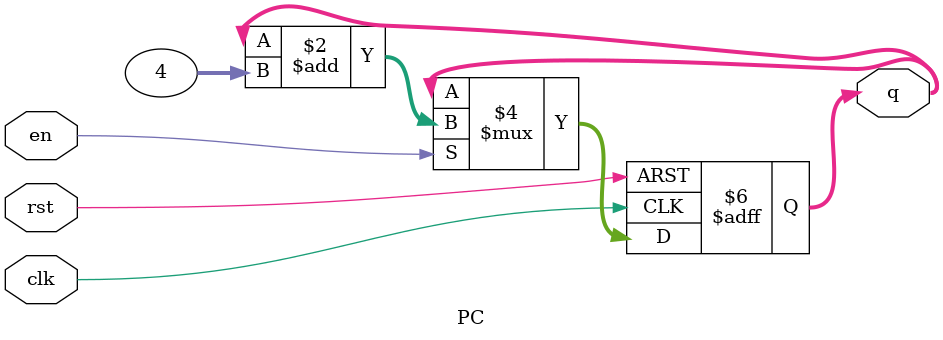
<source format=sv>
module PC #(parameter N=32) (input clk, rst, en, output logic [31:0] q);

	always_ff @ (posedge clk or posedge rst)
		if (rst)
			q='0;
		else
			if (en)
				q=q+4;
				
endmodule
</source>
